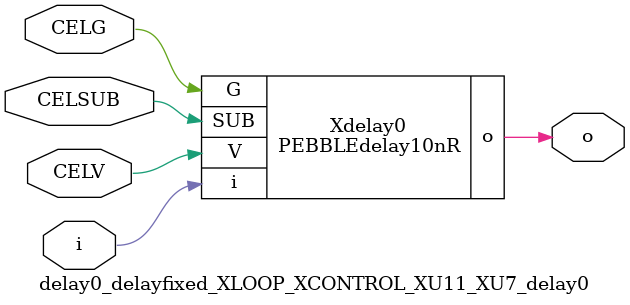
<source format=v>



module PEBBLEdelay10nR ( o, V, G, i, SUB );

  input V;
  input i;
  input G;
  output o;
  input SUB;
endmodule

//Celera Confidential Do Not Copy delay0_delayfixed_XLOOP_XCONTROL_XU11_XU7_delay0
//TYPE: fixed 10ns
module delay0_delayfixed_XLOOP_XCONTROL_XU11_XU7_delay0 (i, CELV, o,
CELG,CELSUB);
input CELV;
input i;
output o;
input CELSUB;
input CELG;

//Celera Confidential Do Not Copy delayfast0
PEBBLEdelay10nR Xdelay0(
.V (CELV),
.i (i),
.o (o),
.G (CELG),
.SUB (CELSUB)
);
//,diesize,PEBBLEdelay10nR

//Celera Confidential Do Not Copy Module End
//Celera Schematic Generator
endmodule

</source>
